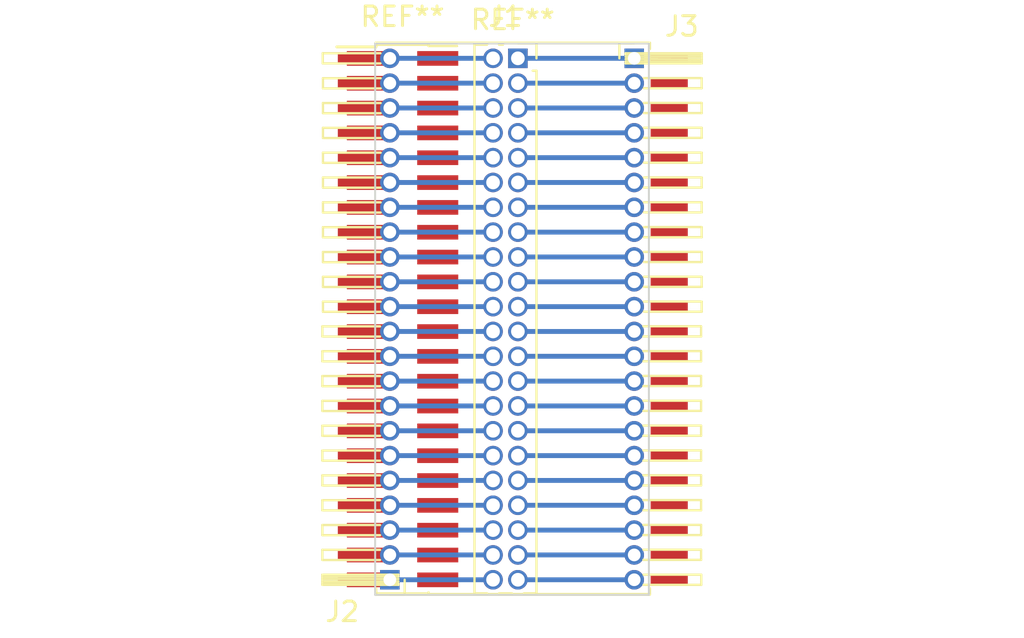
<source format=kicad_pcb>
(kicad_pcb (version 20211014) (generator pcbnew)
  (layers (0 "F.Cu" signal) (31 "B.Cu" signal) (34 "B.Paste" user) (35 "F.Paste" user) (36 "B.SilkS" user "B.Silkscreen") (37 "F.SilkS" user "F.Silkscreen") (38 "B.Mask" user) (39 "F.Mask" user) (44 "Edge.Cuts" user))
  (net 0 "")
  (net 1 "Net-(J1-Pad1)")
  (net 2 "Net-(J1-Pad2)")
  (net 3 "Net-(J1-Pad3)")
  (net 4 "Net-(J1-Pad4)")
  (net 5 "Net-(J1-Pad5)")
  (net 6 "Net-(J1-Pad6)")
  (net 7 "Net-(J1-Pad7)")
  (net 8 "Net-(J1-Pad8)")
  (net 9 "Net-(J1-Pad9)")
  (net 10 "Net-(J1-Pad10)")
  (net 11 "Net-(J1-Pad11)")
  (net 12 "Net-(J1-Pad12)")
  (net 13 "Net-(J1-Pad13)")
  (net 14 "Net-(J1-Pad14)")
  (net 15 "Net-(J1-Pad15)")
  (net 16 "Net-(J1-Pad16)")
  (net 17 "Net-(J1-Pad17)")
  (net 18 "Net-(J1-Pad18)")
  (net 19 "Net-(J1-Pad19)")
  (net 20 "Net-(J1-Pad20)")
  (net 21 "Net-(J1-Pad21)")
  (net 22 "Net-(J1-Pad22)")
  (net 23 "Net-(J1-Pad23)")
  (net 24 "Net-(J1-Pad24)")
  (net 25 "Net-(J1-Pad25)")
  (net 26 "Net-(J1-Pad26)")
  (net 27 "Net-(J1-Pad27)")
  (net 28 "Net-(J1-Pad28)")
  (net 29 "Net-(J1-Pad29)")
  (net 30 "Net-(J1-Pad30)")
  (net 31 "Net-(J1-Pad31)")
  (net 32 "Net-(J1-Pad32)")
  (net 33 "Net-(J1-Pad33)")
  (net 34 "Net-(J1-Pad34)")
  (net 35 "Net-(J1-Pad35)")
  (net 36 "Net-(J1-Pad36)")
  (net 37 "Net-(J1-Pad37)")
  (net 38 "Net-(J1-Pad38)")
  (net 39 "Net-(J1-Pad39)")
  (net 40 "Net-(J1-Pad40)")
  (net 41 "Net-(J1-Pad41)")
  (net 42 "Net-(J1-Pad42)")
  (net 43 "Net-(J1-Pad43)")
  (net 44 "Net-(J1-Pad44)")
  (footprint "lib:PinSocket_2x22_P1.27mm_Vertical_SMD" (layer "F.Cu") (at 143.4 81.7)
    (fp_text reference "REF**" (at 0 -15.47) (layer "F.SilkS"))
    (fp_text value "PinSocket_2x22_P1.27mm_Vertical_SMD")
    (fp_line (start -1.33 14.03) (end 1.33 14.03) (layer "F.SilkS") (width 0.12))
    (fp_line (start 1.33 13.97) (end 1.33 14.03) (layer "F.SilkS") (width 0.12))
    (fp_line (start 1.33 -13.97) (end 2.79 -13.97) (layer "F.SilkS") (width 0.12))
    (fp_line (start -1.33 -14.03) (end -1.33 -13.97) (layer "F.SilkS") (width 0.12))
    (fp_line (start -1.33 -14.03) (end 1.33 -14.03) (layer "F.SilkS") (width 0.12))
    (fp_line (start -1.33 13.97) (end -1.33 14.03) (layer "F.SilkS") (width 0.12))
    (fp_line (start 1.33 -14.03) (end 1.33 -13.97) (layer "F.SilkS") (width 0.12))
    (pad "1" smd rect (at 1.8 -13.335) (size 2.1 0.75) (layers "F.Cu" "F.Paste" "F.Mask"))
    (pad "2" smd rect (at -1.8 -13.335) (size 2.1 0.75) (layers "F.Cu" "F.Paste" "F.Mask"))
    (pad "3" smd rect (at 1.8 -12.065) (size 2.1 0.75) (layers "F.Cu" "F.Paste" "F.Mask"))
    (pad "4" smd rect (at -1.8 -12.065) (size 2.1 0.75) (layers "F.Cu" "F.Paste" "F.Mask"))
    (pad "5" smd rect (at 1.8 -10.795) (size 2.1 0.75) (layers "F.Cu" "F.Paste" "F.Mask"))
    (pad "6" smd rect (at -1.8 -10.795) (size 2.1 0.75) (layers "F.Cu" "F.Paste" "F.Mask"))
    (pad "7" smd rect (at 1.8 -9.525) (size 2.1 0.75) (layers "F.Cu" "F.Paste" "F.Mask"))
    (pad "8" smd rect (at -1.8 -9.525) (size 2.1 0.75) (layers "F.Cu" "F.Paste" "F.Mask"))
    (pad "9" smd rect (at 1.8 -8.255) (size 2.1 0.75) (layers "F.Cu" "F.Paste" "F.Mask"))
    (pad "10" smd rect (at -1.8 -8.255) (size 2.1 0.75) (layers "F.Cu" "F.Paste" "F.Mask"))
    (pad "11" smd rect (at 1.8 -6.985) (size 2.1 0.75) (layers "F.Cu" "F.Paste" "F.Mask"))
    (pad "12" smd rect (at -1.8 -6.985) (size 2.1 0.75) (layers "F.Cu" "F.Paste" "F.Mask"))
    (pad "13" smd rect (at 1.8 -5.715) (size 2.1 0.75) (layers "F.Cu" "F.Paste" "F.Mask"))
    (pad "14" smd rect (at -1.8 -5.715) (size 2.1 0.75) (layers "F.Cu" "F.Paste" "F.Mask"))
    (pad "15" smd rect (at 1.8 -4.445) (size 2.1 0.75) (layers "F.Cu" "F.Paste" "F.Mask"))
    (pad "16" smd rect (at -1.8 -4.445) (size 2.1 0.75) (layers "F.Cu" "F.Paste" "F.Mask"))
    (pad "17" smd rect (at 1.8 -3.175) (size 2.1 0.75) (layers "F.Cu" "F.Paste" "F.Mask"))
    (pad "18" smd rect (at -1.8 -3.175) (size 2.1 0.75) (layers "F.Cu" "F.Paste" "F.Mask"))
    (pad "19" smd rect (at 1.8 -1.905) (size 2.1 0.75) (layers "F.Cu" "F.Paste" "F.Mask"))
    (pad "20" smd rect (at -1.8 -1.905) (size 2.1 0.75) (layers "F.Cu" "F.Paste" "F.Mask"))
    (pad "21" smd rect (at 1.8 -0.635) (size 2.1 0.75) (layers "F.Cu" "F.Paste" "F.Mask"))
    (pad "22" smd rect (at -1.8 -0.635) (size 2.1 0.75) (layers "F.Cu" "F.Paste" "F.Mask"))
    (pad "23" smd rect (at 1.8 0.635) (size 2.1 0.75) (layers "F.Cu" "F.Paste" "F.Mask"))
    (pad "24" smd rect (at -1.8 0.635) (size 2.1 0.75) (layers "F.Cu" "F.Paste" "F.Mask"))
    (pad "25" smd rect (at 1.8 1.905) (size 2.1 0.75) (layers "F.Cu" "F.Paste" "F.Mask"))
    (pad "26" smd rect (at -1.8 1.905) (size 2.1 0.75) (layers "F.Cu" "F.Paste" "F.Mask"))
    (pad "27" smd rect (at 1.8 3.175) (size 2.1 0.75) (layers "F.Cu" "F.Paste" "F.Mask"))
    (pad "28" smd rect (at -1.8 3.175) (size 2.1 0.75) (layers "F.Cu" "F.Paste" "F.Mask"))
    (pad "29" smd rect (at 1.8 4.445) (size 2.1 0.75) (layers "F.Cu" "F.Paste" "F.Mask"))
    (pad "30" smd rect (at -1.8 4.445) (size 2.1 0.75) (layers "F.Cu" "F.Paste" "F.Mask"))
    (pad "31" smd rect (at 1.8 5.715) (size 2.1 0.75) (layers "F.Cu" "F.Paste" "F.Mask"))
    (pad "32" smd rect (at -1.8 5.715) (size 2.1 0.75) (layers "F.Cu" "F.Paste" "F.Mask"))
    (pad "33" smd rect (at 1.8 6.985) (size 2.1 0.75) (layers "F.Cu" "F.Paste" "F.Mask"))
    (pad "34" smd rect (at -1.8 6.985) (size 2.1 0.75) (layers "F.Cu" "F.Paste" "F.Mask"))
    (pad "35" smd rect (at 1.8 8.255) (size 2.1 0.75) (layers "F.Cu" "F.Paste" "F.Mask"))
    (pad "36" smd rect (at -1.8 8.255) (size 2.1 0.75) (layers "F.Cu" "F.Paste" "F.Mask"))
    (pad "37" smd rect (at 1.8 9.525) (size 2.1 0.75) (layers "F.Cu" "F.Paste" "F.Mask"))
    (pad "38" smd rect (at -1.8 9.525) (size 2.1 0.75) (layers "F.Cu" "F.Paste" "F.Mask"))
    (pad "39" smd rect (at 1.8 10.795) (size 2.1 0.75) (layers "F.Cu" "F.Paste" "F.Mask"))
    (pad "40" smd rect (at -1.8 10.795) (size 2.1 0.75) (layers "F.Cu" "F.Paste" "F.Mask"))
    (pad "41" smd rect (at 1.8 12.065) (size 2.1 0.75) (layers "F.Cu" "F.Paste" "F.Mask"))
    (pad "42" smd rect (at -1.8 12.065) (size 2.1 0.75) (layers "F.Cu" "F.Paste" "F.Mask"))
    (pad "43" smd rect (at 1.8 13.335) (size 2.1 0.75) (layers "F.Cu" "F.Paste" "F.Mask"))
    (pad "44" smd rect (at -1.8 13.335) (size 2.1 0.75) (layers "F.Cu" "F.Paste" "F.Mask"))
  )
  (footprint "Connector_PinSocket_1.27mm:PinSocket_2x22_P1.27mm_Vertical" (layer "F.Cu") (at 149.3 68.36)
    (fp_text reference "J1" (at -0.635 -2.135) (layer "F.SilkS"))
    (fp_text value "PinSocket_2x22_P1.27mm_Vertical")
    (fp_line (start -2.22 -0.695) (end -2.22 27.365) (layer "F.SilkS") (width 0.12))
    (fp_line (start 0.95 0.635) (end 0.95 27.365) (layer "F.SilkS") (width 0.12))
    (fp_line (start -2.22 -0.695) (end -1.57753 -0.695) (layer "F.SilkS") (width 0.12))
    (fp_line (start 0 -0.76) (end 0.95 -0.76) (layer "F.SilkS") (width 0.12))
    (fp_line (start 0.30753 27.365) (end 0.95 27.365) (layer "F.SilkS") (width 0.12))
    (fp_line (start -0.96247 27.365) (end -0.30753 27.365) (layer "F.SilkS") (width 0.12))
    (fp_line (start 0.95 -0.76) (end 0.95 0) (layer "F.SilkS") (width 0.12))
    (fp_line (start -0.96247 -0.695) (end -0.76 -0.695) (layer "F.SilkS") (width 0.12))
    (fp_line (start -2.22 27.365) (end -1.57753 27.365) (layer "F.SilkS") (width 0.12))
    (fp_line (start 0.76 0.635) (end 0.95 0.635) (layer "F.SilkS") (width 0.12))
    (pad "1" thru_hole rect (at 0 0) (size 1 1) (drill 0.7) (layers *.Cu *.Mask) (net 1 "Net-(J1-Pad1)"))
    (pad "2" thru_hole oval (at -1.27 0) (size 1 1) (drill 0.7) (layers *.Cu *.Mask) (net 2 "Net-(J1-Pad2)"))
    (pad "3" thru_hole oval (at 0 1.27) (size 1 1) (drill 0.7) (layers *.Cu *.Mask) (net 3 "Net-(J1-Pad3)"))
    (pad "4" thru_hole oval (at -1.27 1.27) (size 1 1) (drill 0.7) (layers *.Cu *.Mask) (net 4 "Net-(J1-Pad4)"))
    (pad "5" thru_hole oval (at 0 2.54) (size 1 1) (drill 0.7) (layers *.Cu *.Mask) (net 5 "Net-(J1-Pad5)"))
    (pad "6" thru_hole oval (at -1.27 2.54) (size 1 1) (drill 0.7) (layers *.Cu *.Mask) (net 6 "Net-(J1-Pad6)"))
    (pad "7" thru_hole oval (at 0 3.81) (size 1 1) (drill 0.7) (layers *.Cu *.Mask) (net 7 "Net-(J1-Pad7)"))
    (pad "8" thru_hole oval (at -1.27 3.81) (size 1 1) (drill 0.7) (layers *.Cu *.Mask) (net 8 "Net-(J1-Pad8)"))
    (pad "9" thru_hole oval (at 0 5.08) (size 1 1) (drill 0.7) (layers *.Cu *.Mask) (net 9 "Net-(J1-Pad9)"))
    (pad "10" thru_hole oval (at -1.27 5.08) (size 1 1) (drill 0.7) (layers *.Cu *.Mask) (net 10 "Net-(J1-Pad10)"))
    (pad "11" thru_hole oval (at 0 6.35) (size 1 1) (drill 0.7) (layers *.Cu *.Mask) (net 11 "Net-(J1-Pad11)"))
    (pad "12" thru_hole oval (at -1.27 6.35) (size 1 1) (drill 0.7) (layers *.Cu *.Mask) (net 12 "Net-(J1-Pad12)"))
    (pad "13" thru_hole oval (at 0 7.62) (size 1 1) (drill 0.7) (layers *.Cu *.Mask) (net 13 "Net-(J1-Pad13)"))
    (pad "14" thru_hole oval (at -1.27 7.62) (size 1 1) (drill 0.7) (layers *.Cu *.Mask) (net 14 "Net-(J1-Pad14)"))
    (pad "15" thru_hole oval (at 0 8.89) (size 1 1) (drill 0.7) (layers *.Cu *.Mask) (net 15 "Net-(J1-Pad15)"))
    (pad "16" thru_hole oval (at -1.27 8.89) (size 1 1) (drill 0.7) (layers *.Cu *.Mask) (net 16 "Net-(J1-Pad16)"))
    (pad "17" thru_hole oval (at 0 10.16) (size 1 1) (drill 0.7) (layers *.Cu *.Mask) (net 17 "Net-(J1-Pad17)"))
    (pad "18" thru_hole oval (at -1.27 10.16) (size 1 1) (drill 0.7) (layers *.Cu *.Mask) (net 18 "Net-(J1-Pad18)"))
    (pad "19" thru_hole oval (at 0 11.43) (size 1 1) (drill 0.7) (layers *.Cu *.Mask) (net 19 "Net-(J1-Pad19)"))
    (pad "20" thru_hole oval (at -1.27 11.43) (size 1 1) (drill 0.7) (layers *.Cu *.Mask) (net 20 "Net-(J1-Pad20)"))
    (pad "21" thru_hole oval (at 0 12.7) (size 1 1) (drill 0.7) (layers *.Cu *.Mask) (net 21 "Net-(J1-Pad21)"))
    (pad "22" thru_hole oval (at -1.27 12.7) (size 1 1) (drill 0.7) (layers *.Cu *.Mask) (net 22 "Net-(J1-Pad22)"))
    (pad "23" thru_hole oval (at 0 13.97) (size 1 1) (drill 0.7) (layers *.Cu *.Mask) (net 23 "Net-(J1-Pad23)"))
    (pad "24" thru_hole oval (at -1.27 13.97) (size 1 1) (drill 0.7) (layers *.Cu *.Mask) (net 24 "Net-(J1-Pad24)"))
    (pad "25" thru_hole oval (at 0 15.24) (size 1 1) (drill 0.7) (layers *.Cu *.Mask) (net 25 "Net-(J1-Pad25)"))
    (pad "26" thru_hole oval (at -1.27 15.24) (size 1 1) (drill 0.7) (layers *.Cu *.Mask) (net 26 "Net-(J1-Pad26)"))
    (pad "27" thru_hole oval (at 0 16.51) (size 1 1) (drill 0.7) (layers *.Cu *.Mask) (net 27 "Net-(J1-Pad27)"))
    (pad "28" thru_hole oval (at -1.27 16.51) (size 1 1) (drill 0.7) (layers *.Cu *.Mask) (net 28 "Net-(J1-Pad28)"))
    (pad "29" thru_hole oval (at 0 17.78) (size 1 1) (drill 0.7) (layers *.Cu *.Mask) (net 29 "Net-(J1-Pad29)"))
    (pad "30" thru_hole oval (at -1.27 17.78) (size 1 1) (drill 0.7) (layers *.Cu *.Mask) (net 30 "Net-(J1-Pad30)"))
    (pad "31" thru_hole oval (at 0 19.05) (size 1 1) (drill 0.7) (layers *.Cu *.Mask) (net 31 "Net-(J1-Pad31)"))
    (pad "32" thru_hole oval (at -1.27 19.05) (size 1 1) (drill 0.7) (layers *.Cu *.Mask) (net 32 "Net-(J1-Pad32)"))
    (pad "33" thru_hole oval (at 0 20.32) (size 1 1) (drill 0.7) (layers *.Cu *.Mask) (net 33 "Net-(J1-Pad33)"))
    (pad "34" thru_hole oval (at -1.27 20.32) (size 1 1) (drill 0.7) (layers *.Cu *.Mask) (net 34 "Net-(J1-Pad34)"))
    (pad "35" thru_hole oval (at 0 21.59) (size 1 1) (drill 0.7) (layers *.Cu *.Mask) (net 35 "Net-(J1-Pad35)"))
    (pad "36" thru_hole oval (at -1.27 21.59) (size 1 1) (drill 0.7) (layers *.Cu *.Mask) (net 36 "Net-(J1-Pad36)"))
    (pad "37" thru_hole oval (at 0 22.86) (size 1 1) (drill 0.7) (layers *.Cu *.Mask) (net 37 "Net-(J1-Pad37)"))
    (pad "38" thru_hole oval (at -1.27 22.86) (size 1 1) (drill 0.7) (layers *.Cu *.Mask) (net 38 "Net-(J1-Pad38)"))
    (pad "39" thru_hole oval (at 0 24.13) (size 1 1) (drill 0.7) (layers *.Cu *.Mask) (net 39 "Net-(J1-Pad39)"))
    (pad "40" thru_hole oval (at -1.27 24.13) (size 1 1) (drill 0.7) (layers *.Cu *.Mask) (net 40 "Net-(J1-Pad40)"))
    (pad "41" thru_hole oval (at 0 25.4) (size 1 1) (drill 0.7) (layers *.Cu *.Mask) (net 41 "Net-(J1-Pad41)"))
    (pad "42" thru_hole oval (at -1.27 25.4) (size 1 1) (drill 0.7) (layers *.Cu *.Mask) (net 42 "Net-(J1-Pad42)"))
    (pad "43" thru_hole oval (at 0 26.67) (size 1 1) (drill 0.7) (layers *.Cu *.Mask) (net 43 "Net-(J1-Pad43)"))
    (pad "44" thru_hole oval (at -1.27 26.67) (size 1 1) (drill 0.7) (layers *.Cu *.Mask) (net 44 "Net-(J1-Pad44)"))
  )
  (footprint "lib:rotated-PinHeader_1x22_P1.27mm_Horizontal" (layer "F.Cu") (at 142.75 95.03 180)
    (fp_text reference "J2" (at 2.4325 -1.635) (layer "F.SilkS"))
    (fp_text value "rotated-PinHeader_1x22_P1.27mm_Horizontal")
    (fp_line (start -0.44 -0.2) (end 3.45 -0.2) (layer "F.SilkS") (width 0.12))
    (fp_line (start 3.419788 22.603554) (end 3.419788 23.113554) (layer "F.SilkS") (width 0.12))
    (fp_line (start 3.45 7.88) (end 0.5 7.88) (layer "F.SilkS") (width 0.12))
    (fp_line (start 3.45 8.64) (end 3.45 9.15) (layer "F.SilkS") (width 0.12))
    (fp_line (start 3.419788 21.843554) (end 0.469788 21.843554) (layer "F.SilkS") (width 0.12))
    (fp_line (start -0.76 0) (end -0.76 -0.76) (layer "F.SilkS") (width 0.12))
    (fp_line (start 3.45 3.56) (end 3.45 4.07) (layer "F.SilkS") (width 0.12))
    (fp_line (start 0.469788 16.243554) (end 3.419788 16.243554) (layer "F.SilkS") (width 0.12))
    (fp_line (start -0.44 0.16) (end 3.45 0.16) (layer "F.SilkS") (width 0.12))
    (fp_line (start 3.43 26.42) (end 3.43 26.93) (layer "F.SilkS") (width 0.12))
    (fp_line (start 3.45 -0.26) (end 3.45 0.26) (layer "F.SilkS") (width 0.12))
    (fp_line (start 0.5 9.9) (end 3.45 9.9) (layer "F.SilkS") (width 0.12))
    (fp_line (start 3.419788 13.713554) (end 3.419788 14.223554) (layer "F.SilkS") (width 0.12))
    (fp_line (start 0.5 8.63) (end 3.45 8.63) (layer "F.SilkS") (width 0.12))
    (fp_line (start 3.419788 14.983554) (end 3.419788 15.493554) (layer "F.SilkS") (width 0.12))
    (fp_line (start 3.45 12.96) (end 0.5 12.96) (layer "F.SilkS") (width 0.12))
    (fp_line (start 3.45 2.29) (end 3.45 2.8) (layer "F.SilkS") (width 0.12))
    (fp_line (start 3.45 9.15) (end 0.5 9.15) (layer "F.SilkS") (width 0.12))
    (fp_line (start -0.76 -0.76) (end 0 -0.76) (layer "F.SilkS") (width 0.12))
    (fp_line (start 0.5 3.55) (end 3.45 3.55) (layer "F.SilkS") (width 0.12))
    (fp_line (start 3.45 11.69) (end 0.5 11.69) (layer "F.SilkS") (width 0.12))
    (fp_line (start -0.44 0.04) (end 3.45 0.05) (layer "F.SilkS") (width 0.12))
    (fp_line (start 3.419788 14.223554) (end 0.469788 14.223554) (layer "F.SilkS") (width 0.12))
    (fp_line (start 0.48 26.41) (end 3.43 26.41) (layer "F.SilkS") (width 0.12))
    (fp_line (start 0.469788 13.703554) (end 3.419788 13.703554) (layer "F.SilkS") (width 0.12))
    (fp_line (start 0.469788 20.053554) (end 3.419788 20.053554) (layer "F.SilkS") (width 0.12))
    (fp_line (start 3.419788 23.113554) (end 0.469788 23.113554) (layer "F.SilkS") (width 0.12))
    (fp_line (start 3.45 11.18) (end 3.45 11.69) (layer "F.SilkS") (width 0.12))
    (fp_line (start 3.419788 16.763554) (end 0.469788 16.763554) (layer "F.SilkS") (width 0.12))
    (fp_line (start 3.419788 18.033554) (end 0.469788 18.033554) (layer "F.SilkS") (width 0.12))
    (fp_line (start 0.5 2.28) (end 3.45 2.28) (layer "F.SilkS") (width 0.12))
    (fp_line (start 3.45 6.61) (end 0.5 6.61) (layer "F.SilkS") (width 0.12))
    (fp_line (start 0.469788 21.323554) (end 3.419788 21.323554) (layer "F.SilkS") (width 0.12))
    (fp_line (start 0.469788 17.513554) (end 3.419788 17.513554) (layer "F.SilkS") (width 0.12))
    (fp_line (start 0.469788 18.783554) (end 3.419788 18.783554) (layer "F.SilkS") (width 0.12))
    (fp_line (start 3.45 0.26) (end -0.44 0.26) (layer "F.SilkS") (width 0.12))
    (fp_line (start 3.43 26.93) (end 0.48 26.93) (layer "F.SilkS") (width 0.12))
    (fp_line (start 3.419788 25.653554) (end 0.469788 25.653554) (layer "F.SilkS") (width 0.12))
    (fp_line (start 3.419788 20.063554) (end 3.419788 20.573554) (layer "F.SilkS") (width 0.12))
    (fp_line (start 0.469788 23.863554) (end 3.419788 23.863554) (layer "F.SilkS") (width 0.12))
    (fp_line (start 3.45 12.45) (end 3.45 12.96) (layer "F.SilkS") (width 0.12))
    (fp_line (start 3.45 10.42) (end 0.5 10.42) (layer "F.SilkS") (width 0.12))
    (fp_line (start -0.44 -0.26) (end 3.45 -0.26) (layer "F.SilkS") (width 0.12))
    (fp_line (start 3.419788 25.143554) (end 3.419788 25.653554) (layer "F.SilkS") (width 0.12))
    (fp_line (start 3.45 4.07) (end 0.5 4.07) (layer "F.SilkS") (width 0.12))
    (fp_line (start 0.5 1.01) (end 3.45 1.01) (layer "F.SilkS") (width 0.12))
    (fp_line (start 3.419788 21.333554) (end 3.419788 21.843554) (layer "F.SilkS") (width 0.12))
    (fp_line (start 3.419788 16.253554) (end 3.419788 16.763554) (layer "F.SilkS") (width 0.12))
    (fp_line (start 0.469788 22.593554) (end 3.419788 22.593554) (layer "F.SilkS") (width 0.12))
    (fp_line (start 3.419788 20.573554) (end 0.469788 20.573554) (layer "F.SilkS") (width 0.12))
    (fp_line (start 3.45 1.02) (end 3.45 1.53) (layer "F.SilkS") (width 0.12))
    (fp_line (start 3.419788 18.793554) (end 3.419788 19.303554) (layer "F.SilkS") (width 0.12))
    (fp_line (start 3.45 7.37) (end 3.45 7.88) (layer "F.SilkS") (width 0.12))
    (fp_line (start 3.45 4.83) (end 3.45 5.34) (layer "F.SilkS") (width 0.12))
    (fp_line (start 3.419788 17.523554) (end 3.419788 18.033554) (layer "F.SilkS") (width 0.12))
    (fp_line (start 0.5 12.44) (end 3.45 12.44) (layer "F.SilkS") (width 0.12))
    (fp_line (start 3.45 9.91) (end 3.45 10.42) (layer "F.SilkS") (width 0.12))
    (fp_line (start 3.45 5.34) (end 0.5 5.34) (layer "F.SilkS") (width 0.12))
    (fp_line (start 3.45 2.8) (end 0.5 2.8) (layer "F.SilkS") (width 0.12))
    (fp_line (start 3.419788 24.383554) (end 0.469788 24.383554) (layer "F.SilkS") (width 0.12))
    (fp_line (start 3.419788 19.303554) (end 0.469788 19.303554) (layer "F.SilkS") (width 0.12))
    (fp_line (start 3.419788 15.493554) (end 0.469788 15.493554) (layer "F.SilkS") (width 0.12))
    (fp_line (start 0.469788 14.973554) (end 3.419788 14.973554) (layer "F.SilkS") (width 0.12))
    (fp_line (start 3.45 6.1) (end 3.45 6.61) (layer "F.SilkS") (width 0.12))
    (fp_line (start -0.44 -0.08) (end 3.45 -0.08) (layer "F.SilkS") (width 0.12))
    (fp_line (start 3.45 1.53) (end 0.5 1.53) (layer "F.SilkS") (width 0.12))
    (fp_line (start 0.5 4.82) (end 3.45 4.82) (layer "F.SilkS") (width 0.12))
    (fp_line (start 0.5 7.36) (end 3.45 7.36) (layer "F.SilkS") (width 0.12))
    (fp_line (start 3.419788 23.873554) (end 3.419788 24.383554) (layer "F.SilkS") (width 0.12))
    (fp_line (start 0.5 11.17) (end 3.45 11.17) (layer "F.SilkS") (width 0.12))
    (fp_line (start 0.5 6.09) (end 3.45 6.09) (layer "F.SilkS") (width 0.12))
    (fp_line (start 0.469788 25.133554) (end 3.419788 25.133554) (layer "F.SilkS") (width 0.12))
    (pad "1" thru_hole rect (at 0 0 180) (size 1 1) (drill 0.65) (layers *.Cu *.Mask) (net 44 "Net-(J1-Pad44)"))
    (pad "2" thru_hole oval (at 0 1.27 180) (size 1 1) (drill 0.65) (layers *.Cu *.Mask) (net 42 "Net-(J1-Pad42)"))
    (pad "3" thru_hole oval (at 0 2.54 180) (size 1 1) (drill 0.65) (layers *.Cu *.Mask) (net 40 "Net-(J1-Pad40)"))
    (pad "4" thru_hole oval (at 0 3.81 180) (size 1 1) (drill 0.65) (layers *.Cu *.Mask) (net 38 "Net-(J1-Pad38)"))
    (pad "5" thru_hole oval (at 0 5.08 180) (size 1 1) (drill 0.65) (layers *.Cu *.Mask) (net 36 "Net-(J1-Pad36)"))
    (pad "6" thru_hole oval (at 0 6.35 180) (size 1 1) (drill 0.65) (layers *.Cu *.Mask) (net 34 "Net-(J1-Pad34)"))
    (pad "7" thru_hole oval (at 0 7.62 180) (size 1 1) (drill 0.65) (layers *.Cu *.Mask) (net 32 "Net-(J1-Pad32)"))
    (pad "8" thru_hole oval (at 0 8.89 180) (size 1 1) (drill 0.65) (layers *.Cu *.Mask) (net 30 "Net-(J1-Pad30)"))
    (pad "9" thru_hole oval (at 0 10.16 180) (size 1 1) (drill 0.65) (layers *.Cu *.Mask) (net 28 "Net-(J1-Pad28)"))
    (pad "10" thru_hole oval (at 0 11.43 180) (size 1 1) (drill 0.65) (layers *.Cu *.Mask) (net 26 "Net-(J1-Pad26)"))
    (pad "11" thru_hole oval (at 0 12.7 180) (size 1 1) (drill 0.65) (layers *.Cu *.Mask) (net 24 "Net-(J1-Pad24)"))
    (pad "12" thru_hole oval (at 0 13.97 180) (size 1 1) (drill 0.65) (layers *.Cu *.Mask) (net 22 "Net-(J1-Pad22)"))
    (pad "13" thru_hole oval (at 0 15.24 180) (size 1 1) (drill 0.65) (layers *.Cu *.Mask) (net 20 "Net-(J1-Pad20)"))
    (pad "14" thru_hole oval (at 0 16.51 180) (size 1 1) (drill 0.65) (layers *.Cu *.Mask) (net 18 "Net-(J1-Pad18)"))
    (pad "15" thru_hole oval (at 0 17.78 180) (size 1 1) (drill 0.65) (layers *.Cu *.Mask) (net 16 "Net-(J1-Pad16)"))
    (pad "16" thru_hole oval (at 0 19.05 180) (size 1 1) (drill 0.65) (layers *.Cu *.Mask) (net 14 "Net-(J1-Pad14)"))
    (pad "17" thru_hole oval (at 0 20.32 180) (size 1 1) (drill 0.65) (layers *.Cu *.Mask) (net 12 "Net-(J1-Pad12)"))
    (pad "18" thru_hole oval (at 0 21.59 180) (size 1 1) (drill 0.65) (layers *.Cu *.Mask) (net 10 "Net-(J1-Pad10)"))
    (pad "19" thru_hole oval (at 0 22.86 180) (size 1 1) (drill 0.65) (layers *.Cu *.Mask) (net 8 "Net-(J1-Pad8)"))
    (pad "20" thru_hole oval (at 0 24.13 180) (size 1 1) (drill 0.65) (layers *.Cu *.Mask) (net 6 "Net-(J1-Pad6)"))
    (pad "21" thru_hole oval (at 0 25.4 180) (size 1 1) (drill 0.65) (layers *.Cu *.Mask) (net 4 "Net-(J1-Pad4)"))
    (pad "22" thru_hole oval (at 0 26.67 180) (size 1 1) (drill 0.65) (layers *.Cu *.Mask) (net 2 "Net-(J1-Pad2)"))
  )
  (footprint "Package_SO:PSOP-44_16.9x27.17mm_P1.27mm" (layer "F.Cu") (at 149.04 81.675)
    (fp_text reference "REF**" (at 0 -15.285) (layer "F.SilkS"))
    (fp_text value "PSOP-44_16.9x27.17mm_P1.27mm")
    (fp_line (start -7 14.1) (end 7 14.1) (layer "F.SilkS") (width 0.15))
    (fp_line (start -7 -13.9) (end -9 -13.9) (layer "F.SilkS") (width 0.15))
    (fp_line (start 7 13.8) (end 7 14.1) (layer "F.SilkS") (width 0.15))
    (fp_line (start -7 -14.1) (end 7 -14.1) (layer "F.SilkS") (width 0.15))
    (fp_line (start -7 -14.1) (end -7 -13.9) (layer "F.SilkS") (width 0.15))
    (fp_line (start -7 13.8) (end -7 14.1) (layer "F.SilkS") (width 0.15))
    (fp_line (start 7 -14.1) (end 7 -13.8) (layer "F.SilkS") (width 0.15))
    (pad "1" smd rect (at -8 -13.335 270) (size 0.5 1.9) (layers "F.Cu" "F.Paste" "F.Mask"))
    (pad "2" smd rect (at -8 -12.065 270) (size 0.5 1.9) (layers "F.Cu" "F.Paste" "F.Mask"))
    (pad "3" smd rect (at -8 -10.795 270) (size 0.5 1.9) (layers "F.Cu" "F.Paste" "F.Mask"))
    (pad "4" smd rect (at -8 -9.525 270) (size 0.5 1.9) (layers "F.Cu" "F.Paste" "F.Mask"))
    (pad "5" smd rect (at -8 -8.255 270) (size 0.5 1.9) (layers "F.Cu" "F.Paste" "F.Mask"))
    (pad "6" smd rect (at -8 -6.985 270) (size 0.5 1.9) (layers "F.Cu" "F.Paste" "F.Mask"))
    (pad "7" smd rect (at -8 -5.715 270) (size 0.5 1.9) (layers "F.Cu" "F.Paste" "F.Mask"))
    (pad "8" smd rect (at -8 -4.445 270) (size 0.5 1.9) (layers "F.Cu" "F.Paste" "F.Mask"))
    (pad "9" smd rect (at -8 -3.175 270) (size 0.5 1.9) (layers "F.Cu" "F.Paste" "F.Mask"))
    (pad "10" smd rect (at -8 -1.905 270) (size 0.5 1.9) (layers "F.Cu" "F.Paste" "F.Mask"))
    (pad "11" smd rect (at -8 -0.635 270) (size 0.5 1.9) (layers "F.Cu" "F.Paste" "F.Mask"))
    (pad "12" smd rect (at -8 0.635 270) (size 0.5 1.9) (layers "F.Cu" "F.Paste" "F.Mask"))
    (pad "13" smd rect (at -8 1.905 270) (size 0.5 1.9) (layers "F.Cu" "F.Paste" "F.Mask"))
    (pad "14" smd rect (at -8 3.175 270) (size 0.5 1.9) (layers "F.Cu" "F.Paste" "F.Mask"))
    (pad "15" smd rect (at -8 4.445 270) (size 0.5 1.9) (layers "F.Cu" "F.Paste" "F.Mask"))
    (pad "16" smd rect (at -8 5.715 270) (size 0.5 1.9) (layers "F.Cu" "F.Paste" "F.Mask"))
    (pad "17" smd rect (at -8 6.985 270) (size 0.5 1.9) (layers "F.Cu" "F.Paste" "F.Mask"))
    (pad "18" smd rect (at -8 8.255 270) (size 0.5 1.9) (layers "F.Cu" "F.Paste" "F.Mask"))
    (pad "19" smd rect (at -8 9.525 270) (size 0.5 1.9) (layers "F.Cu" "F.Paste" "F.Mask"))
    (pad "20" smd rect (at -8 10.795 270) (size 0.5 1.9) (layers "F.Cu" "F.Paste" "F.Mask"))
    (pad "21" smd rect (at -8 12.065 270) (size 0.5 1.9) (layers "F.Cu" "F.Paste" "F.Mask"))
    (pad "22" smd rect (at -8 13.335 270) (size 0.5 1.9) (layers "F.Cu" "F.Paste" "F.Mask"))
    (pad "23" smd rect (at 8 13.335 270) (size 0.5 1.9) (layers "F.Cu" "F.Paste" "F.Mask"))
    (pad "24" smd rect (at 8 12.065 270) (size 0.5 1.9) (layers "F.Cu" "F.Paste" "F.Mask"))
    (pad "25" smd rect (at 8 10.795 270) (size 0.5 1.9) (layers "F.Cu" "F.Paste" "F.Mask"))
    (pad "26" smd rect (at 8 9.525 270) (size 0.5 1.9) (layers "F.Cu" "F.Paste" "F.Mask"))
    (pad "27" smd rect (at 8 8.255 270) (size 0.5 1.9) (layers "F.Cu" "F.Paste" "F.Mask"))
    (pad "28" smd rect (at 8 6.985 270) (size 0.5 1.9) (layers "F.Cu" "F.Paste" "F.Mask"))
    (pad "29" smd rect (at 8 5.715 270) (size 0.5 1.9) (layers "F.Cu" "F.Paste" "F.Mask"))
    (pad "30" smd rect (at 8 4.445 270) (size 0.5 1.9) (layers "F.Cu" "F.Paste" "F.Mask"))
    (pad "31" smd rect (at 8 3.175 270) (size 0.5 1.9) (layers "F.Cu" "F.Paste" "F.Mask"))
    (pad "32" smd rect (at 8 1.905 270) (size 0.5 1.9) (layers "F.Cu" "F.Paste" "F.Mask"))
    (pad "33" smd rect (at 8 0.635 270) (size 0.5 1.9) (layers "F.Cu" "F.Paste" "F.Mask"))
    (pad "34" smd rect (at 8 -0.635 270) (size 0.5 1.9) (layers "F.Cu" "F.Paste" "F.Mask"))
    (pad "35" smd rect (at 8 -1.905 270) (size 0.5 1.9) (layers "F.Cu" "F.Paste" "F.Mask"))
    (pad "36" smd rect (at 8 -3.175 270) (size 0.5 1.9) (layers "F.Cu" "F.Paste" "F.Mask"))
    (pad "37" smd rect (at 8 -4.445 270) (size 0.5 1.9) (layers "F.Cu" "F.Paste" "F.Mask"))
    (pad "38" smd rect (at 8 -5.715 270) (size 0.5 1.9) (layers "F.Cu" "F.Paste" "F.Mask"))
    (pad "39" smd rect (at 8 -6.985 270) (size 0.5 1.9) (layers "F.Cu" "F.Paste" "F.Mask"))
    (pad "40" smd rect (at 8 -8.255 270) (size 0.5 1.9) (layers "F.Cu" "F.Paste" "F.Mask"))
    (pad "41" smd rect (at 8 -9.525 270) (size 0.5 1.9) (layers "F.Cu" "F.Paste" "F.Mask"))
    (pad "42" smd rect (at 8 -10.795 270) (size 0.5 1.9) (layers "F.Cu" "F.Paste" "F.Mask"))
    (pad "43" smd rect (at 8 -12.065 270) (size 0.5 1.9) (layers "F.Cu" "F.Paste" "F.Mask"))
    (pad "44" smd rect (at 8 -13.335 270) (size 0.5 1.9) (layers "F.Cu" "F.Paste" "F.Mask"))
  )
  (footprint "lib:rotated-PinHeader_1x22_P1.27mm_Horizontal" (layer "F.Cu") (at 155.25 68.36)
    (fp_text reference "J3" (at 2.4325 -1.635) (layer "F.SilkS"))
    (fp_text value "rotated-PinHeader_1x22_P1.27mm_Horizontal")
    (fp_line (start 0.469788 18.783554) (end 3.419788 18.783554) (layer "F.SilkS") (width 0.12))
    (fp_line (start 3.43 26.93) (end 0.48 26.93) (layer "F.SilkS") (width 0.12))
    (fp_line (start -0.44 -0.08) (end 3.45 -0.08) (layer "F.SilkS") (width 0.12))
    (fp_line (start 3.45 5.34) (end 0.5 5.34) (layer "F.SilkS") (width 0.12))
    (fp_line (start 3.45 8.64) (end 3.45 9.15) (layer "F.SilkS") (width 0.12))
    (fp_line (start -0.76 -0.76) (end 0 -0.76) (layer "F.SilkS") (width 0.12))
    (fp_line (start 3.45 2.8) (end 0.5 2.8) (layer "F.SilkS") (width 0.12))
    (fp_line (start 3.45 -0.26) (end 3.45 0.26) (layer "F.SilkS") (width 0.12))
    (fp_line (start 3.45 12.96) (end 0.5 12.96) (layer "F.SilkS") (width 0.12))
    (fp_line (start 3.45 1.53) (end 0.5 1.53) (layer "F.SilkS") (width 0.12))
    (fp_line (start 3.419788 14.223554) (end 0.469788 14.223554) (layer "F.SilkS") (width 0.12))
    (fp_line (start 3.419788 19.303554) (end 0.469788 19.303554) (layer "F.SilkS") (width 0.12))
    (fp_line (start 3.45 7.37) (end 3.45 7.88) (layer "F.SilkS") (width 0.12))
    (fp_line (start 3.419788 17.523554) (end 3.419788 18.033554) (layer "F.SilkS") (width 0.12))
    (fp_line (start 3.45 6.61) (end 0.5 6.61) (layer "F.SilkS") (width 0.12))
    (fp_line (start 0.469788 16.243554) (end 3.419788 16.243554) (layer "F.SilkS") (width 0.12))
    (fp_line (start 3.45 7.88) (end 0.5 7.88) (layer "F.SilkS") (width 0.12))
    (fp_line (start -0.44 0.04) (end 3.45 0.05) (layer "F.SilkS") (width 0.12))
    (fp_line (start 3.45 6.1) (end 3.45 6.61) (layer "F.SilkS") (width 0.12))
    (fp_line (start 0.5 9.9) (end 3.45 9.9) (layer "F.SilkS") (width 0.12))
    (fp_line (start 3.45 4.07) (end 0.5 4.07) (layer "F.SilkS") (width 0.12))
    (fp_line (start 0.5 1.01) (end 3.45 1.01) (layer "F.SilkS") (width 0.12))
    (fp_line (start 3.45 9.91) (end 3.45 10.42) (layer "F.SilkS") (width 0.12))
    (fp_line (start 3.45 2.29) (end 3.45 2.8) (layer "F.SilkS") (width 0.12))
    (fp_line (start 3.419788 16.253554) (end 3.419788 16.763554) (layer "F.SilkS") (width 0.12))
    (fp_line (start 3.45 9.15) (end 0.5 9.15) (layer "F.SilkS") (width 0.12))
    (fp_line (start 0.469788 17.513554) (end 3.419788 17.513554) (layer "F.SilkS") (width 0.12))
    (fp_line (start 3.45 12.45) (end 3.45 12.96) (layer "F.SilkS") (width 0.12))
    (fp_line (start 3.419788 22.603554) (end 3.419788 23.113554) (layer "F.SilkS") (width 0.12))
    (fp_line (start 0.5 2.28) (end 3.45 2.28) (layer "F.SilkS") (width 0.12))
    (fp_line (start -0.44 0.16) (end 3.45 0.16) (layer "F.SilkS") (width 0.12))
    (fp_line (start 0.5 6.09) (end 3.45 6.09) (layer "F.SilkS") (width 0.12))
    (fp_line (start 3.419788 13.713554) (end 3.419788 14.223554) (layer "F.SilkS") (width 0.12))
    (fp_line (start 3.45 1.02) (end 3.45 1.53) (layer "F.SilkS") (width 0.12))
    (fp_line (start 0.469788 14.973554) (end 3.419788 14.973554) (layer "F.SilkS") (width 0.12))
    (fp_line (start 3.419788 21.843554) (end 0.469788 21.843554) (layer "F.SilkS") (width 0.12))
    (fp_line (start 3.45 3.56) (end 3.45 4.07) (layer "F.SilkS") (width 0.12))
    (fp_line (start 3.419788 23.873554) (end 3.419788 24.383554) (layer "F.SilkS") (width 0.12))
    (fp_line (start 0.469788 13.703554) (end 3.419788 13.703554) (layer "F.SilkS") (width 0.12))
    (fp_line (start 3.45 11.69) (end 0.5 11.69) (layer "F.SilkS") (width 0.12))
    (fp_line (start 3.45 10.42) (end 0.5 10.42) (layer "F.SilkS") (width 0.12))
    (fp_line (start 3.419788 14.983554) (end 3.419788 15.493554) (layer "F.SilkS") (width 0.12))
    (fp_line (start 3.45 11.18) (end 3.45 11.69) (layer "F.SilkS") (width 0.12))
    (fp_line (start 0.5 3.55) (end 3.45 3.55) (layer "F.SilkS") (width 0.12))
    (fp_line (start 3.419788 25.143554) (end 3.419788 25.653554) (layer "F.SilkS") (width 0.12))
    (fp_line (start 0.48 26.41) (end 3.43 26.41) (layer "F.SilkS") (width 0.12))
    (fp_line (start 0.469788 23.863554) (end 3.419788 23.863554) (layer "F.SilkS") (width 0.12))
    (fp_line (start 0.5 8.63) (end 3.45 8.63) (layer "F.SilkS") (width 0.12))
    (fp_line (start 3.419788 24.383554) (end 0.469788 24.383554) (layer "F.SilkS") (width 0.12))
    (fp_line (start 3.419788 21.333554) (end 3.419788 21.843554) (layer "F.SilkS") (width 0.12))
    (fp_line (start 0.469788 21.323554) (end 3.419788 21.323554) (layer "F.SilkS") (width 0.12))
    (fp_line (start 0.469788 20.053554) (end 3.419788 20.053554) (layer "F.SilkS") (width 0.12))
    (fp_line (start 3.419788 23.113554) (end 0.469788 23.113554) (layer "F.SilkS") (width 0.12))
    (fp_line (start 0.469788 22.593554) (end 3.419788 22.593554) (layer "F.SilkS") (width 0.12))
    (fp_line (start 3.419788 20.573554) (end 0.469788 20.573554) (layer "F.SilkS") (width 0.12))
    (fp_line (start 3.419788 16.763554) (end 0.469788 16.763554) (layer "F.SilkS") (width 0.12))
    (fp_line (start 3.419788 18.793554) (end 3.419788 19.303554) (layer "F.SilkS") (width 0.12))
    (fp_line (start 3.419788 20.063554) (end 3.419788 20.573554) (layer "F.SilkS") (width 0.12))
    (fp_line (start 0.5 4.82) (end 3.45 4.82) (layer "F.SilkS") (width 0.12))
    (fp_line (start 3.43 26.42) (end 3.43 26.93) (layer "F.SilkS") (width 0.12))
    (fp_line (start -0.44 -0.26) (end 3.45 -0.26) (layer "F.SilkS") (width 0.12))
    (fp_line (start 3.419788 15.493554) (end 0.469788 15.493554) (layer "F.SilkS") (width 0.12))
    (fp_line (start 0.5 7.36) (end 3.45 7.36) (layer "F.SilkS") (width 0.12))
    (fp_line (start 3.419788 25.653554) (end 0.469788 25.653554) (layer "F.SilkS") (width 0.12))
    (fp_line (start -0.76 0) (end -0.76 -0.76) (layer "F.SilkS") (width 0.12))
    (fp_line (start 0.469788 25.133554) (end 3.419788 25.133554) (layer "F.SilkS") (width 0.12))
    (fp_line (start -0.44 -0.2) (end 3.45 -0.2) (layer "F.SilkS") (width 0.12))
    (fp_line (start 3.419788 18.033554) (end 0.469788 18.033554) (layer "F.SilkS") (width 0.12))
    (fp_line (start 3.45 4.83) (end 3.45 5.34) (layer "F.SilkS") (width 0.12))
    (fp_line (start 3.45 0.26) (end -0.44 0.26) (layer "F.SilkS") (width 0.12))
    (fp_line (start 0.5 12.44) (end 3.45 12.44) (layer "F.SilkS") (width 0.12))
    (fp_line (start 0.5 11.17) (end 3.45 11.17) (layer "F.SilkS") (width 0.12))
    (pad "1" thru_hole rect (at 0 0) (size 1 1) (drill 0.65) (layers *.Cu *.Mask) (net 1 "Net-(J1-Pad1)"))
    (pad "2" thru_hole oval (at 0 1.27) (size 1 1) (drill 0.65) (layers *.Cu *.Mask) (net 3 "Net-(J1-Pad3)"))
    (pad "3" thru_hole oval (at 0 2.54) (size 1 1) (drill 0.65) (layers *.Cu *.Mask) (net 5 "Net-(J1-Pad5)"))
    (pad "4" thru_hole oval (at 0 3.81) (size 1 1) (drill 0.65) (layers *.Cu *.Mask) (net 7 "Net-(J1-Pad7)"))
    (pad "5" thru_hole oval (at 0 5.08) (size 1 1) (drill 0.65) (layers *.Cu *.Mask) (net 9 "Net-(J1-Pad9)"))
    (pad "6" thru_hole oval (at 0 6.35) (size 1 1) (drill 0.65) (layers *.Cu *.Mask) (net 11 "Net-(J1-Pad11)"))
    (pad "7" thru_hole oval (at 0 7.62) (size 1 1) (drill 0.65) (layers *.Cu *.Mask) (net 13 "Net-(J1-Pad13)"))
    (pad "8" thru_hole oval (at 0 8.89) (size 1 1) (drill 0.65) (layers *.Cu *.Mask) (net 15 "Net-(J1-Pad15)"))
    (pad "9" thru_hole oval (at 0 10.16) (size 1 1) (drill 0.65) (layers *.Cu *.Mask) (net 17 "Net-(J1-Pad17)"))
    (pad "10" thru_hole oval (at 0 11.43) (size 1 1) (drill 0.65) (layers *.Cu *.Mask) (net 19 "Net-(J1-Pad19)"))
    (pad "11" thru_hole oval (at 0 12.7) (size 1 1) (drill 0.65) (layers *.Cu *.Mask) (net 21 "Net-(J1-Pad21)"))
    (pad "12" thru_hole oval (at 0 13.97) (size 1 1) (drill 0.65) (layers *.Cu *.Mask) (net 23 "Net-(J1-Pad23)"))
    (pad "13" thru_hole oval (at 0 15.24) (size 1 1) (drill 0.65) (layers *.Cu *.Mask) (net 25 "Net-(J1-Pad25)"))
    (pad "14" thru_hole oval (at 0 16.51) (size 1 1) (drill 0.65) (layers *.Cu *.Mask) (net 27 "Net-(J1-Pad27)"))
    (pad "15" thru_hole oval (at 0 17.78) (size 1 1) (drill 0.65) (layers *.Cu *.Mask) (net 29 "Net-(J1-Pad29)"))
    (pad "16" thru_hole oval (at 0 19.05) (size 1 1) (drill 0.65) (layers *.Cu *.Mask) (net 31 "Net-(J1-Pad31)"))
    (pad "17" thru_hole oval (at 0 20.32) (size 1 1) (drill 0.65) (layers *.Cu *.Mask) (net 33 "Net-(J1-Pad33)"))
    (pad "18" thru_hole oval (at 0 21.59) (size 1 1) (drill 0.65) (layers *.Cu *.Mask) (net 35 "Net-(J1-Pad35)"))
    (pad "19" thru_hole oval (at 0 22.86) (size 1 1) (drill 0.65) (layers *.Cu *.Mask) (net 37 "Net-(J1-Pad37)"))
    (pad "20" thru_hole oval (at 0 24.13) (size 1 1) (drill 0.65) (layers *.Cu *.Mask) (net 39 "Net-(J1-Pad39)"))
    (pad "21" thru_hole oval (at 0 25.4) (size 1 1) (drill 0.65) (layers *.Cu *.Mask) (net 41 "Net-(J1-Pad41)"))
    (pad "22" thru_hole oval (at 0 26.67) (size 1 1) (drill 0.65) (layers *.Cu *.Mask) (net 43 "Net-(J1-Pad43)"))
  )
  (gr_line (start 142 95.8) (end 142 67.6) (layer "Edge.Cuts") (width 0.1))
  (gr_line (start 156 95.8) (end 142 95.8) (layer "Edge.Cuts") (width 0.1))
  (gr_line (start 156 67.6) (end 156 95.8) (layer "Edge.Cuts") (width 0.1))
  (gr_line (start 142 67.6) (end 156 67.6) (layer "Edge.Cuts") (width 0.1))
  (segment (start 155.25 68.36) (end 149.3 68.36) (width 0.25) (layer "B.Cu") (net 1))
  (segment (start 142.75 68.36) (end 148.03 68.36) (width 0.25) (layer "B.Cu") (net 2))
  (segment (start 155.25 69.63) (end 149.3 69.63) (width 0.25) (layer "B.Cu") (net 3))
  (segment (start 142.75 69.63) (end 148.03 69.63) (width 0.25) (layer "B.Cu") (net 4))
  (segment (start 155.25 70.9) (end 149.3 70.9) (width 0.25) (layer "B.Cu") (net 5))
  (segment (start 142.75 70.9) (end 148.03 70.9) (width 0.25) (layer "B.Cu") (net 6))
  (segment (start 155.25 72.17) (end 149.3 72.17) (width 0.25) (layer "B.Cu") (net 7))
  (segment (start 142.75 72.17) (end 148.03 72.17) (width 0.25) (layer "B.Cu") (net 8))
  (segment (start 155.25 73.44) (end 149.3 73.44) (width 0.25) (layer "B.Cu") (net 9))
  (segment (start 142.75 73.44) (end 148.03 73.44) (width 0.25) (layer "B.Cu") (net 10))
  (segment (start 155.25 74.71) (end 149.3 74.71) (width 0.25) (layer "B.Cu") (net 11))
  (segment (start 142.75 74.71) (end 148.03 74.71) (width 0.25) (layer "B.Cu") (net 12))
  (segment (start 155.25 75.98) (end 149.3 75.98) (width 0.25) (layer "B.Cu") (net 13))
  (segment (start 142.75 75.98) (end 148.03 75.98) (width 0.25) (layer "B.Cu") (net 14))
  (segment (start 155.25 77.25) (end 149.3 77.25) (width 0.25) (layer "B.Cu") (net 15))
  (segment (start 142.75 77.25) (end 148.03 77.25) (width 0.25) (layer "B.Cu") (net 16))
  (segment (start 155.25 78.52) (end 149.3 78.52) (width 0.25) (layer "B.Cu") (net 17))
  (segment (start 142.75 78.52) (end 148.03 78.52) (width 0.25) (layer "B.Cu") (net 18))
  (segment (start 155.25 79.79) (end 149.3 79.79) (width 0.25) (layer "B.Cu") (net 19))
  (segment (start 142.75 79.79) (end 148.03 79.79) (width 0.25) (layer "B.Cu") (net 20))
  (segment (start 155.25 81.06) (end 149.3 81.06) (width 0.25) (layer "B.Cu") (net 21))
  (segment (start 142.75 81.06) (end 148.03 81.06) (width 0.25) (layer "B.Cu") (net 22))
  (segment (start 155.25 82.33) (end 149.3 82.33) (width 0.25) (layer "B.Cu") (net 23))
  (segment (start 142.75 82.33) (end 148.03 82.33) (width 0.25) (layer "B.Cu") (net 24))
  (segment (start 155.25 83.6) (end 149.3 83.6) (width 0.25) (layer "B.Cu") (net 25))
  (segment (start 142.75 83.6) (end 148.03 83.6) (width 0.25) (layer "B.Cu") (net 26))
  (segment (start 155.25 84.87) (end 149.3 84.87) (width 0.25) (layer "B.Cu") (net 27))
  (segment (start 142.75 84.87) (end 148.03 84.87) (width 0.25) (layer "B.Cu") (net 28))
  (segment (start 155.25 86.14) (end 149.3 86.14) (width 0.25) (layer "B.Cu") (net 29))
  (segment (start 142.75 86.14) (end 148.03 86.14) (width 0.25) (layer "B.Cu") (net 30))
  (segment (start 155.25 87.41) (end 149.3 87.41) (width 0.25) (layer "B.Cu") (net 31))
  (segment (start 142.75 87.41) (end 148.03 87.41) (width 0.25) (layer "B.Cu") (net 32))
  (segment (start 155.25 88.68) (end 149.3 88.68) (width 0.25) (layer "B.Cu") (net 33))
  (segment (start 142.75 88.68) (end 148.03 88.68) (width 0.25) (layer "B.Cu") (net 34))
  (segment (start 155.25 89.95) (end 149.3 89.95) (width 0.25) (layer "B.Cu") (net 35))
  (segment (start 142.75 89.95) (end 148.03 89.95) (width 0.25) (layer "B.Cu") (net 36))
  (segment (start 155.25 91.22) (end 149.3 91.22) (width 0.25) (layer "B.Cu") (net 37))
  (segment (start 142.75 91.22) (end 148.03 91.22) (width 0.25) (layer "B.Cu") (net 38))
  (segment (start 155.25 92.49) (end 149.3 92.49) (width 0.25) (layer "B.Cu") (net 39))
  (segment (start 142.75 92.49) (end 148.03 92.49) (width 0.25) (layer "B.Cu") (net 40))
  (segment (start 155.25 93.76) (end 149.3 93.76) (width 0.25) (layer "B.Cu") (net 41))
  (segment (start 142.75 93.76) (end 148.03 93.76) (width 0.25) (layer "B.Cu") (net 42))
  (segment (start 155.25 95.03) (end 149.3 95.03) (width 0.25) (layer "B.Cu") (net 43))
  (segment (start 142.75 95.03) (end 148.03 95.03) (width 0.25) (layer "B.Cu") (net 44))
)
</source>
